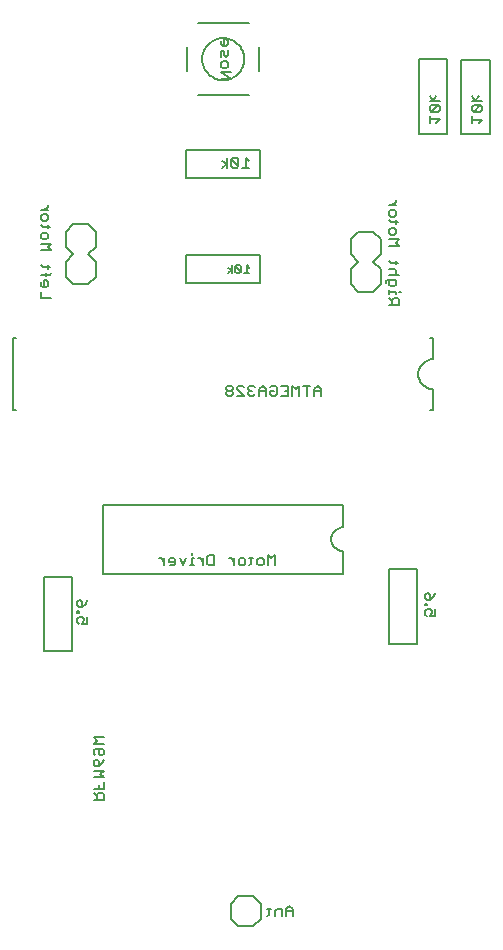
<source format=gbo>
G75*
%MOIN*%
%OFA0B0*%
%FSLAX24Y24*%
%IPPOS*%
%LPD*%
%AMOC8*
5,1,8,0,0,1.08239X$1,22.5*
%
%ADD10C,0.0060*%
%ADD11C,0.0080*%
%ADD12C,0.0050*%
D10*
X005170Y005110D02*
X005510Y005110D01*
X005510Y005280D01*
X005454Y005337D01*
X005340Y005337D01*
X005283Y005280D01*
X005283Y005110D01*
X005283Y005224D02*
X005170Y005337D01*
X005170Y005478D02*
X005510Y005478D01*
X005510Y005705D01*
X005510Y005847D02*
X005170Y005847D01*
X005170Y006074D02*
X005510Y006074D01*
X005397Y005960D01*
X005510Y005847D01*
X005340Y005592D02*
X005340Y005478D01*
X005340Y006215D02*
X005340Y006385D01*
X005283Y006442D01*
X005227Y006442D01*
X005170Y006385D01*
X005170Y006272D01*
X005227Y006215D01*
X005340Y006215D01*
X005454Y006328D01*
X005510Y006442D01*
X005454Y006583D02*
X005397Y006583D01*
X005340Y006640D01*
X005340Y006810D01*
X005227Y006810D02*
X005454Y006810D01*
X005510Y006754D01*
X005510Y006640D01*
X005454Y006583D01*
X005227Y006583D02*
X005170Y006640D01*
X005170Y006754D01*
X005227Y006810D01*
X005170Y006952D02*
X005283Y007065D01*
X005170Y007179D01*
X005510Y007179D01*
X005510Y006952D02*
X005170Y006952D01*
X004960Y010970D02*
X004790Y010970D01*
X004847Y011083D01*
X004847Y011140D01*
X004790Y011197D01*
X004677Y011197D01*
X004620Y011140D01*
X004620Y011027D01*
X004677Y010970D01*
X004960Y010970D02*
X004960Y011197D01*
X004790Y011522D02*
X004790Y011693D01*
X004733Y011749D01*
X004677Y011749D01*
X004620Y011693D01*
X004620Y011579D01*
X004677Y011522D01*
X004790Y011522D01*
X004904Y011636D01*
X004960Y011749D01*
X004677Y011395D02*
X004620Y011395D01*
X004620Y011338D01*
X004677Y011338D01*
X004677Y011395D01*
X005490Y012640D02*
X005490Y014940D01*
X013490Y014940D01*
X013490Y014190D01*
X013451Y014188D01*
X013412Y014182D01*
X013374Y014173D01*
X013337Y014160D01*
X013301Y014143D01*
X013268Y014123D01*
X013236Y014099D01*
X013207Y014073D01*
X013181Y014044D01*
X013157Y014012D01*
X013137Y013979D01*
X013120Y013943D01*
X013107Y013906D01*
X013098Y013868D01*
X013092Y013829D01*
X013090Y013790D01*
X013092Y013751D01*
X013098Y013712D01*
X013107Y013674D01*
X013120Y013637D01*
X013137Y013601D01*
X013157Y013568D01*
X013181Y013536D01*
X013207Y013507D01*
X013236Y013481D01*
X013268Y013457D01*
X013301Y013437D01*
X013337Y013420D01*
X013374Y013407D01*
X013412Y013398D01*
X013451Y013392D01*
X013490Y013390D01*
X013490Y012640D01*
X005490Y012640D01*
X007357Y013147D02*
X007413Y013147D01*
X007527Y013033D01*
X007527Y012920D02*
X007527Y013147D01*
X007668Y013090D02*
X007668Y013033D01*
X007895Y013033D01*
X007895Y012977D02*
X007895Y013090D01*
X007838Y013147D01*
X007725Y013147D01*
X007668Y013090D01*
X007725Y012920D02*
X007838Y012920D01*
X007895Y012977D01*
X008037Y013147D02*
X008150Y012920D01*
X008263Y013147D01*
X008452Y013147D02*
X008452Y012920D01*
X008396Y012920D02*
X008509Y012920D01*
X008509Y013147D02*
X008452Y013147D01*
X008452Y013260D02*
X008452Y013317D01*
X008646Y013147D02*
X008703Y013147D01*
X008816Y013033D01*
X008816Y012920D02*
X008816Y013147D01*
X008957Y013204D02*
X009014Y013260D01*
X009184Y013260D01*
X009184Y012920D01*
X009014Y012920D01*
X008957Y012977D01*
X008957Y013204D01*
X009689Y013147D02*
X009746Y013147D01*
X009860Y013033D01*
X009860Y012920D02*
X009860Y013147D01*
X010001Y013090D02*
X010058Y013147D01*
X010171Y013147D01*
X010228Y013090D01*
X010228Y012977D01*
X010171Y012920D01*
X010058Y012920D01*
X010001Y012977D01*
X010001Y013090D01*
X010360Y013147D02*
X010473Y013147D01*
X010417Y013204D02*
X010417Y012977D01*
X010360Y012920D01*
X010615Y012977D02*
X010615Y013090D01*
X010672Y013147D01*
X010785Y013147D01*
X010842Y013090D01*
X010842Y012977D01*
X010785Y012920D01*
X010672Y012920D01*
X010615Y012977D01*
X010983Y012920D02*
X010983Y013260D01*
X011097Y013147D01*
X011210Y013260D01*
X011210Y012920D01*
X011230Y018570D02*
X011117Y018570D01*
X011060Y018627D01*
X011060Y018740D01*
X011173Y018740D01*
X011060Y018854D02*
X011117Y018910D01*
X011230Y018910D01*
X011287Y018854D01*
X011287Y018627D01*
X011230Y018570D01*
X011428Y018570D02*
X011655Y018570D01*
X011655Y018910D01*
X011428Y018910D01*
X011542Y018740D02*
X011655Y018740D01*
X011797Y018910D02*
X011797Y018570D01*
X012023Y018570D02*
X012023Y018910D01*
X011910Y018797D01*
X011797Y018910D01*
X012165Y018910D02*
X012392Y018910D01*
X012278Y018910D02*
X012278Y018570D01*
X012533Y018570D02*
X012533Y018797D01*
X012647Y018910D01*
X012760Y018797D01*
X012760Y018570D01*
X012760Y018740D02*
X012533Y018740D01*
X010918Y018740D02*
X010692Y018740D01*
X010692Y018797D02*
X010692Y018570D01*
X010550Y018627D02*
X010493Y018570D01*
X010380Y018570D01*
X010323Y018627D01*
X010323Y018683D01*
X010380Y018740D01*
X010437Y018740D01*
X010380Y018740D02*
X010323Y018797D01*
X010323Y018854D01*
X010380Y018910D01*
X010493Y018910D01*
X010550Y018854D01*
X010692Y018797D02*
X010805Y018910D01*
X010918Y018797D01*
X010918Y018570D01*
X010182Y018570D02*
X009955Y018797D01*
X009955Y018854D01*
X010012Y018910D01*
X010125Y018910D01*
X010182Y018854D01*
X010182Y018570D02*
X009955Y018570D01*
X009813Y018627D02*
X009813Y018683D01*
X009757Y018740D01*
X009643Y018740D01*
X009587Y018683D01*
X009587Y018627D01*
X009643Y018570D01*
X009757Y018570D01*
X009813Y018627D01*
X009757Y018740D02*
X009813Y018797D01*
X009813Y018854D01*
X009757Y018910D01*
X009643Y018910D01*
X009587Y018854D01*
X009587Y018797D01*
X009643Y018740D01*
X009623Y026170D02*
X009623Y026510D01*
X009765Y026454D02*
X009765Y026227D01*
X009822Y026170D01*
X009935Y026170D01*
X009992Y026227D01*
X009765Y026454D01*
X009822Y026510D01*
X009935Y026510D01*
X009992Y026454D01*
X009992Y026227D01*
X010133Y026170D02*
X010360Y026170D01*
X010247Y026170D02*
X010247Y026510D01*
X010360Y026397D01*
X009623Y026283D02*
X009453Y026397D01*
X009623Y026283D02*
X009453Y026170D01*
X009420Y029120D02*
X009760Y029120D01*
X009420Y029347D01*
X009760Y029347D01*
X009590Y029488D02*
X009477Y029488D01*
X009420Y029545D01*
X009420Y029658D01*
X009477Y029715D01*
X009590Y029715D01*
X009647Y029658D01*
X009647Y029545D01*
X009590Y029488D01*
X009590Y029857D02*
X009647Y029913D01*
X009647Y030083D01*
X009533Y030027D02*
X009533Y029913D01*
X009590Y029857D01*
X009420Y029857D02*
X009420Y030027D01*
X009477Y030083D01*
X009533Y030027D01*
X009533Y030225D02*
X009533Y030452D01*
X009590Y030452D01*
X009647Y030395D01*
X009647Y030282D01*
X009590Y030225D01*
X009477Y030225D01*
X009420Y030282D01*
X009420Y030395D01*
X015020Y024913D02*
X015247Y024913D01*
X015247Y025026D02*
X015133Y024913D01*
X015077Y024772D02*
X015190Y024772D01*
X015247Y024715D01*
X015247Y024601D01*
X015190Y024545D01*
X015077Y024545D01*
X015020Y024601D01*
X015020Y024715D01*
X015077Y024772D01*
X015247Y025026D02*
X015247Y025083D01*
X015247Y024413D02*
X015247Y024299D01*
X015304Y024356D02*
X015077Y024356D01*
X015020Y024413D01*
X015077Y024158D02*
X015020Y024101D01*
X015020Y023988D01*
X015077Y023931D01*
X015190Y023931D01*
X015247Y023988D01*
X015247Y024101D01*
X015190Y024158D01*
X015077Y024158D01*
X015020Y023789D02*
X015360Y023789D01*
X015247Y023676D01*
X015360Y023563D01*
X015020Y023563D01*
X015020Y023062D02*
X015077Y023005D01*
X015304Y023005D01*
X015247Y022949D02*
X015247Y023062D01*
X015190Y022807D02*
X015020Y022807D01*
X015190Y022807D02*
X015247Y022751D01*
X015247Y022637D01*
X015190Y022580D01*
X015247Y022439D02*
X015247Y022269D01*
X015190Y022212D01*
X015077Y022212D01*
X015020Y022269D01*
X015020Y022439D01*
X014963Y022439D02*
X015247Y022439D01*
X015360Y022580D02*
X015020Y022580D01*
X014963Y022439D02*
X014907Y022382D01*
X014907Y022326D01*
X015020Y022080D02*
X015020Y021967D01*
X015020Y022023D02*
X015247Y022023D01*
X015247Y021967D01*
X015360Y022023D02*
X015417Y022023D01*
X015304Y021825D02*
X015190Y021825D01*
X015133Y021768D01*
X015133Y021598D01*
X015020Y021598D02*
X015360Y021598D01*
X015360Y021768D01*
X015304Y021825D01*
X015133Y021712D02*
X015020Y021825D01*
X016370Y027670D02*
X016370Y027897D01*
X016370Y027783D02*
X016710Y027783D01*
X016597Y027670D01*
X016654Y028038D02*
X016427Y028038D01*
X016654Y028265D01*
X016427Y028265D01*
X016370Y028208D01*
X016370Y028095D01*
X016427Y028038D01*
X016654Y028038D02*
X016710Y028095D01*
X016710Y028208D01*
X016654Y028265D01*
X016710Y028407D02*
X016370Y028407D01*
X016483Y028407D02*
X016370Y028577D01*
X016483Y028407D02*
X016597Y028577D01*
X017780Y028567D02*
X017893Y028397D01*
X018007Y028567D01*
X018120Y028397D02*
X017780Y028397D01*
X017837Y028255D02*
X017780Y028198D01*
X017780Y028085D01*
X017837Y028028D01*
X018064Y028255D01*
X017837Y028255D01*
X017837Y028028D02*
X018064Y028028D01*
X018120Y028085D01*
X018120Y028198D01*
X018064Y028255D01*
X017780Y027887D02*
X017780Y027660D01*
X017780Y027773D02*
X018120Y027773D01*
X018007Y027660D01*
X016560Y011999D02*
X016504Y011886D01*
X016390Y011772D01*
X016390Y011943D01*
X016333Y011999D01*
X016277Y011999D01*
X016220Y011943D01*
X016220Y011829D01*
X016277Y011772D01*
X016390Y011772D01*
X016277Y011645D02*
X016220Y011645D01*
X016220Y011588D01*
X016277Y011588D01*
X016277Y011645D01*
X016277Y011447D02*
X016220Y011390D01*
X016220Y011277D01*
X016277Y011220D01*
X016390Y011220D02*
X016447Y011333D01*
X016447Y011390D01*
X016390Y011447D01*
X016277Y011447D01*
X016390Y011220D02*
X016560Y011220D01*
X016560Y011447D01*
X011697Y001560D02*
X011583Y001447D01*
X011583Y001220D01*
X011442Y001220D02*
X011442Y001447D01*
X011272Y001447D01*
X011215Y001390D01*
X011215Y001220D01*
X011017Y001277D02*
X011017Y001504D01*
X011073Y001447D02*
X010960Y001447D01*
X011017Y001277D02*
X010960Y001220D01*
X011583Y001390D02*
X011810Y001390D01*
X011810Y001447D02*
X011697Y001560D01*
X011810Y001447D02*
X011810Y001220D01*
X003760Y021817D02*
X003420Y021817D01*
X003420Y022043D01*
X003477Y022185D02*
X003590Y022185D01*
X003647Y022242D01*
X003647Y022355D01*
X003590Y022412D01*
X003533Y022412D01*
X003533Y022185D01*
X003477Y022185D02*
X003420Y022242D01*
X003420Y022355D01*
X003420Y022610D02*
X003704Y022610D01*
X003760Y022667D01*
X003590Y022667D02*
X003590Y022553D01*
X003647Y022799D02*
X003647Y022912D01*
X003704Y022855D02*
X003477Y022855D01*
X003420Y022912D01*
X003420Y023413D02*
X003760Y023413D01*
X003647Y023526D01*
X003760Y023639D01*
X003420Y023639D01*
X003477Y023781D02*
X003420Y023838D01*
X003420Y023951D01*
X003477Y024008D01*
X003590Y024008D01*
X003647Y023951D01*
X003647Y023838D01*
X003590Y023781D01*
X003477Y023781D01*
X003647Y024149D02*
X003647Y024263D01*
X003704Y024206D02*
X003477Y024206D01*
X003420Y024263D01*
X003477Y024395D02*
X003420Y024451D01*
X003420Y024565D01*
X003477Y024622D01*
X003590Y024622D01*
X003647Y024565D01*
X003647Y024451D01*
X003590Y024395D01*
X003477Y024395D01*
X003533Y024763D02*
X003647Y024876D01*
X003647Y024933D01*
X003647Y024763D02*
X003420Y024763D01*
D11*
X004240Y024040D02*
X004240Y023540D01*
X004490Y023290D01*
X004240Y023040D01*
X004240Y022540D01*
X004490Y022290D01*
X004990Y022290D01*
X005240Y022540D01*
X005240Y023040D01*
X004990Y023290D01*
X005240Y023540D01*
X005240Y024040D01*
X004990Y024290D01*
X004490Y024290D01*
X004240Y024040D01*
X002590Y020490D02*
X002490Y020490D01*
X002490Y018090D01*
X002590Y018090D01*
X003518Y012530D02*
X003518Y010050D01*
X004462Y010050D01*
X004462Y012530D01*
X003518Y012530D01*
X008250Y022318D02*
X010730Y022318D01*
X010730Y023262D01*
X008250Y023262D01*
X008250Y022318D01*
X008250Y025818D02*
X010730Y025818D01*
X010730Y026762D01*
X008250Y026762D01*
X008250Y025818D01*
X008640Y028590D02*
X010340Y028590D01*
X010690Y029390D02*
X010690Y030195D01*
X010340Y030990D02*
X008640Y030990D01*
X008290Y030183D02*
X008290Y029390D01*
X008790Y029790D02*
X008792Y029842D01*
X008798Y029894D01*
X008808Y029946D01*
X008821Y029996D01*
X008838Y030046D01*
X008859Y030094D01*
X008884Y030140D01*
X008912Y030184D01*
X008943Y030226D01*
X008977Y030266D01*
X009014Y030303D01*
X009054Y030337D01*
X009096Y030368D01*
X009140Y030396D01*
X009186Y030421D01*
X009234Y030442D01*
X009284Y030459D01*
X009334Y030472D01*
X009386Y030482D01*
X009438Y030488D01*
X009490Y030490D01*
X009542Y030488D01*
X009594Y030482D01*
X009646Y030472D01*
X009696Y030459D01*
X009746Y030442D01*
X009794Y030421D01*
X009840Y030396D01*
X009884Y030368D01*
X009926Y030337D01*
X009966Y030303D01*
X010003Y030266D01*
X010037Y030226D01*
X010068Y030184D01*
X010096Y030140D01*
X010121Y030094D01*
X010142Y030046D01*
X010159Y029996D01*
X010172Y029946D01*
X010182Y029894D01*
X010188Y029842D01*
X010190Y029790D01*
X010188Y029738D01*
X010182Y029686D01*
X010172Y029634D01*
X010159Y029584D01*
X010142Y029534D01*
X010121Y029486D01*
X010096Y029440D01*
X010068Y029396D01*
X010037Y029354D01*
X010003Y029314D01*
X009966Y029277D01*
X009926Y029243D01*
X009884Y029212D01*
X009840Y029184D01*
X009794Y029159D01*
X009746Y029138D01*
X009696Y029121D01*
X009646Y029108D01*
X009594Y029098D01*
X009542Y029092D01*
X009490Y029090D01*
X009438Y029092D01*
X009386Y029098D01*
X009334Y029108D01*
X009284Y029121D01*
X009234Y029138D01*
X009186Y029159D01*
X009140Y029184D01*
X009096Y029212D01*
X009054Y029243D01*
X009014Y029277D01*
X008977Y029314D01*
X008943Y029354D01*
X008912Y029396D01*
X008884Y029440D01*
X008859Y029486D01*
X008838Y029534D01*
X008821Y029584D01*
X008808Y029634D01*
X008798Y029686D01*
X008792Y029738D01*
X008790Y029790D01*
X013990Y024040D02*
X013740Y023790D01*
X013740Y023290D01*
X013990Y023040D01*
X013740Y022790D01*
X013740Y022290D01*
X013990Y022040D01*
X014490Y022040D01*
X014740Y022290D01*
X014740Y022790D01*
X014490Y023040D01*
X014740Y023290D01*
X014740Y023790D01*
X014490Y024040D01*
X013990Y024040D01*
X016018Y027300D02*
X016018Y029780D01*
X016962Y029780D01*
X016962Y027300D01*
X016018Y027300D01*
X017428Y027290D02*
X017428Y029770D01*
X018372Y029770D01*
X018372Y027290D01*
X017428Y027290D01*
X016490Y020490D02*
X016390Y020490D01*
X016490Y020490D02*
X016490Y019790D01*
X016446Y019788D01*
X016403Y019782D01*
X016361Y019773D01*
X016319Y019760D01*
X016279Y019743D01*
X016240Y019723D01*
X016203Y019700D01*
X016169Y019673D01*
X016136Y019644D01*
X016107Y019611D01*
X016080Y019577D01*
X016057Y019540D01*
X016037Y019501D01*
X016020Y019461D01*
X016007Y019419D01*
X015998Y019377D01*
X015992Y019334D01*
X015990Y019290D01*
X015992Y019246D01*
X015998Y019203D01*
X016007Y019161D01*
X016020Y019119D01*
X016037Y019079D01*
X016057Y019040D01*
X016080Y019003D01*
X016107Y018969D01*
X016136Y018936D01*
X016169Y018907D01*
X016203Y018880D01*
X016240Y018857D01*
X016279Y018837D01*
X016319Y018820D01*
X016361Y018807D01*
X016403Y018798D01*
X016446Y018792D01*
X016490Y018790D01*
X016490Y018090D01*
X016390Y018090D01*
X015962Y012780D02*
X015018Y012780D01*
X015018Y010300D01*
X015962Y010300D01*
X015962Y012780D01*
X010490Y001890D02*
X009990Y001890D01*
X009740Y001640D01*
X009740Y001140D01*
X009990Y000890D01*
X010490Y000890D01*
X010740Y001140D01*
X010740Y001640D01*
X010490Y001890D01*
D12*
X010365Y022665D02*
X010185Y022665D01*
X010275Y022665D02*
X010275Y022935D01*
X010365Y022845D01*
X010070Y022890D02*
X010025Y022935D01*
X009935Y022935D01*
X009890Y022890D01*
X010070Y022710D01*
X010025Y022665D01*
X009935Y022665D01*
X009890Y022710D01*
X009890Y022890D01*
X009776Y022935D02*
X009776Y022665D01*
X009776Y022755D02*
X009641Y022845D01*
X009776Y022755D02*
X009641Y022665D01*
X010070Y022710D02*
X010070Y022890D01*
M02*

</source>
